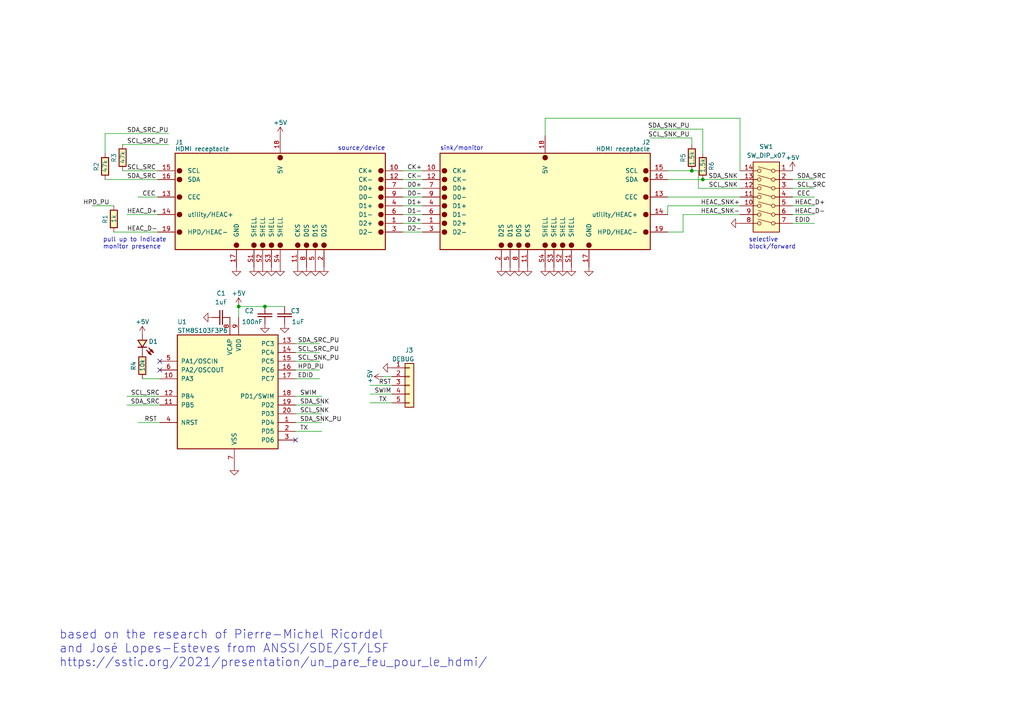
<source format=kicad_sch>
(kicad_sch (version 20211123) (generator eeschema)
  (paper "A4")
  (title_block (title "HDMI firewall") (date "$date$") (rev "$version$.$revision$") (company "CuVoodoo") (comment 1 "King Kévin") (comment 2 "CERN-OHL-S"))
  (lib_symbols
    (symbol "Connector_Generic:Conn_01x05" (pin_names (offset 1.016) hide)
      (property "Reference" "J" (at 0 7.62 0))
      (property "Value" "Conn_01x05" (at 0 -7.62 0))
      (symbol "Conn_01x05_1_1"
        (rectangle (start -1.27 -4.953) (end 0 -5.207) (stroke (width 0.1524)))
        (rectangle (start -1.27 -2.413) (end 0 -2.667) (stroke (width 0.1524)))
        (rectangle (start -1.27 0.127) (end 0 -0.127) (stroke (width 0.1524)))
        (rectangle (start -1.27 2.667) (end 0 2.413) (stroke (width 0.1524)))
        (rectangle (start -1.27 5.207) (end 0 4.953) (stroke (width 0.1524)))
        (rectangle (start -1.27 6.35) (end 1.27 -6.35) (stroke (width 0.254)) (fill (type background)))
        (pin passive line (at -5.08 5.08 0) (length 3.81) (name "Pin_1") (number "1"))
        (pin passive line (at -5.08 2.54 0) (length 3.81) (name "Pin_2") (number "2"))
        (pin passive line (at -5.08 0 0) (length 3.81) (name "Pin_3") (number "3"))
        (pin passive line (at -5.08 -2.54 0) (length 3.81) (name "Pin_4") (number "4"))
        (pin passive line (at -5.08 -5.08 0) (length 3.81) (name "Pin_5") (number "5"))
      )
    )
    (symbol "HDMI-001S_1" (pin_names (offset 3.556))
      (property "Reference" "J" (at 0 0.762 0))
      (property "Value" "HDMI-001S_1" (at 43.942 -28.702 0))
      (symbol "HDMI-001S_1_1_1"
        (rectangle (start 0 0) (end 60.96 -27.94) (stroke (width 0.3048)) (fill (type background)))
        (circle (center 1.27 -22.86) (radius 0.635) (stroke (width 0.3048)) (fill (type outline)))
        (circle (center 1.27 -17.78) (radius 0.635) (stroke (width 0.3048)) (fill (type outline)))
        (circle (center 1.27 -12.7) (radius 0.635) (stroke (width 0.3048)) (fill (type outline)))
        (circle (center 1.27 -7.62) (radius 0.635) (stroke (width 0.3048)) (fill (type outline)))
        (circle (center 1.27 -5.08) (radius 0.635) (stroke (width 0.3048)) (fill (type outline)))
        (circle (center 17.78 -26.67) (radius 0.635) (stroke (width 0.3048)) (fill (type outline)))
        (circle (center 22.86 -26.67) (radius 0.635) (stroke (width 0.3048)) (fill (type outline)))
        (circle (center 25.4 -26.67) (radius 0.635) (stroke (width 0.3048)) (fill (type outline)))
        (circle (center 27.94 -26.67) (radius 0.635) (stroke (width 0.3048)) (fill (type outline)))
        (circle (center 30.48 -26.67) (radius 0.635) (stroke (width 0.3048)) (fill (type outline)))
        (circle (center 30.48 -1.27) (radius 0.635) (stroke (width 0.3048)) (fill (type outline)))
        (circle (center 35.56 -26.67) (radius 0.635) (stroke (width 0.3048)) (fill (type outline)))
        (circle (center 38.1 -26.67) (radius 0.635) (stroke (width 0.3048)) (fill (type outline)))
        (circle (center 40.64 -26.67) (radius 0.635) (stroke (width 0.3048)) (fill (type outline)))
        (circle (center 43.18 -26.67) (radius 0.635) (stroke (width 0.3048)) (fill (type outline)))
        (circle (center 59.69 -22.86) (radius 0.635) (stroke (width 0.3048)) (fill (type outline)))
        (circle (center 59.69 -20.32) (radius 0.635) (stroke (width 0.3048)) (fill (type outline)))
        (circle (center 59.69 -17.78) (radius 0.635) (stroke (width 0.3048)) (fill (type outline)))
        (circle (center 59.69 -15.24) (radius 0.635) (stroke (width 0.3048)) (fill (type outline)))
        (circle (center 59.69 -12.7) (radius 0.635) (stroke (width 0.3048)) (fill (type outline)))
        (circle (center 59.69 -10.16) (radius 0.635) (stroke (width 0.3048)) (fill (type outline)))
        (circle (center 59.69 -7.62) (radius 0.635) (stroke (width 0.3048)) (fill (type outline)))
        (circle (center 59.69 -5.08) (radius 0.635) (stroke (width 0.3048)) (fill (type outline)))
        (pin passive line (at 66.04 -20.32 180) (length 5.08) (name "D2+") (number "1"))
        (pin passive line (at 66.04 -5.08 180) (length 5.08) (name "CK+") (number "10"))
        (pin passive line (at 35.56 -33.02 90) (length 5.08) (name "CKS") (number "11"))
        (pin passive line (at 66.04 -7.62 180) (length 5.08) (name "CK-") (number "12"))
        (pin passive line (at -5.08 -12.7 0) (length 5.08) (name "CEC") (number "13"))
        (pin passive line (at -5.08 -17.78 0) (length 5.08) (name "utility/HEAC+") (number "14"))
        (pin passive line (at -5.08 -5.08 0) (length 5.08) (name "SCL") (number "15"))
        (pin passive line (at -5.08 -7.62 0) (length 5.08) (name "SDA") (number "16"))
        (pin power_in line (at 17.78 -33.02 90) (length 5.08) (name "GND") (number "17"))
        (pin power_in line (at 30.48 5.08 270) (length 5.08) (name "5V") (number "18"))
        (pin passive line (at -5.08 -22.86 0) (length 5.08) (name "HPD/HEAC-") (number "19"))
        (pin passive line (at 43.18 -33.02 90) (length 5.08) (name "D2S") (number "2"))
        (pin passive line (at 66.04 -22.86 180) (length 5.08) (name "D2-") (number "3"))
        (pin passive line (at 66.04 -15.24 180) (length 5.08) (name "D1+") (number "4"))
        (pin passive line (at 40.64 -33.02 90) (length 5.08) (name "D1S") (number "5"))
        (pin passive line (at 66.04 -17.78 180) (length 5.08) (name "D1-") (number "6"))
        (pin passive line (at 66.04 -10.16 180) (length 5.08) (name "D0+") (number "7"))
        (pin passive line (at 38.1 -33.02 90) (length 5.08) (name "D0S") (number "8"))
        (pin passive line (at 66.04 -12.7 180) (length 5.08) (name "D0-") (number "9"))
        (pin passive line (at 22.86 -33.02 90) (length 5.08) (name "SHELL") (number "S1"))
        (pin passive line (at 25.4 -33.02 90) (length 5.08) (name "SHELL") (number "S2"))
        (pin passive line (at 27.94 -33.02 90) (length 5.08) (name "SHELL") (number "S3"))
        (pin passive line (at 30.48 -33.02 90) (length 5.08) (name "SHELL") (number "S4"))
      )
    )
    (symbol "Switch:SW_DIP_x07" (pin_names (offset 0) hide)
      (property "Reference" "SW" (at 0 13.97 0))
      (property "Value" "SW_DIP_x07" (at 0 -8.89 0))
      (symbol "SW_DIP_x07_0_0"
        (circle (center -2.032 -5.08) (radius 0.508))
        (circle (center -2.032 -2.54) (radius 0.508))
        (circle (center -2.032 0) (radius 0.508))
        (circle (center -2.032 2.54) (radius 0.508))
        (circle (center -2.032 5.08) (radius 0.508))
        (circle (center -2.032 7.62) (radius 0.508))
        (circle (center -2.032 10.16) (radius 0.508))
        (polyline (pts (xy -1.524 -4.9276) (xy 2.3622 -3.8862)))
        (polyline (pts (xy -1.524 -2.3876) (xy 2.3622 -1.3462)))
        (polyline (pts (xy -1.524 0.127) (xy 2.3622 1.1684)))
        (polyline (pts (xy -1.524 2.667) (xy 2.3622 3.7084)))
        (polyline (pts (xy -1.524 5.207) (xy 2.3622 6.2484)))
        (polyline (pts (xy -1.524 7.747) (xy 2.3622 8.7884)))
        (polyline (pts (xy -1.524 10.287) (xy 2.3622 11.3284)))
        (circle (center 2.032 -5.08) (radius 0.508))
        (circle (center 2.032 -2.54) (radius 0.508))
        (circle (center 2.032 0) (radius 0.508))
        (circle (center 2.032 2.54) (radius 0.508))
        (circle (center 2.032 5.08) (radius 0.508))
        (circle (center 2.032 7.62) (radius 0.508))
        (circle (center 2.032 10.16) (radius 0.508))
      )
      (symbol "SW_DIP_x07_0_1"
        (rectangle (start -3.81 12.7) (end 3.81 -7.62) (stroke (width 0.254)) (fill (type background)))
      )
      (symbol "SW_DIP_x07_1_1"
        (pin passive line (at -7.62 10.16 0) (length 5.08) (name "~") (number "1"))
        (pin passive line (at 7.62 0 180) (length 5.08) (name "~") (number "10"))
        (pin passive line (at 7.62 2.54 180) (length 5.08) (name "~") (number "11"))
        (pin passive line (at 7.62 5.08 180) (length 5.08) (name "~") (number "12"))
        (pin passive line (at 7.62 7.62 180) (length 5.08) (name "~") (number "13"))
        (pin passive line (at 7.62 10.16 180) (length 5.08) (name "~") (number "14"))
        (pin passive line (at -7.62 7.62 0) (length 5.08) (name "~") (number "2"))
        (pin passive line (at -7.62 5.08 0) (length 5.08) (name "~") (number "3"))
        (pin passive line (at -7.62 2.54 0) (length 5.08) (name "~") (number "4"))
        (pin passive line (at -7.62 0 0) (length 5.08) (name "~") (number "5"))
        (pin passive line (at -7.62 -2.54 0) (length 5.08) (name "~") (number "6"))
        (pin passive line (at -7.62 -5.08 0) (length 5.08) (name "~") (number "7"))
        (pin passive line (at 7.62 -5.08 180) (length 5.08) (name "~") (number "8"))
        (pin passive line (at 7.62 -2.54 180) (length 5.08) (name "~") (number "9"))
      )
    )
    (symbol "power:+5V" (power) (pin_names (offset 0))
      (property "Value" "+5V" (at 0 3.556 0))
      (symbol "+5V_0_1"
        (polyline (pts (xy -0.762 1.27) (xy 0 2.54)))
        (polyline (pts (xy 0 0) (xy 0 2.54)))
        (polyline (pts (xy 0 2.54) (xy 0.762 1.27)))
      )
      (symbol "+5V_1_1"
        (pin power_in line (at 0 0 90) (length 0) hide (name "+5V") (number "1"))
      )
    )
    (symbol "power:GND" (power) (pin_names (offset 0))
      (property "Value" "GND" (at 0 -3.81 0))
      (symbol "GND_0_1"
        (polyline (pts (xy 0 0) (xy 0 -1.27) (xy 1.27 -1.27) (xy 0 -2.54) (xy -1.27 -1.27) (xy 0 -1.27)))
      )
      (symbol "GND_1_1"
        (pin power_in line (at 0 0 270) (length 0) hide (name "GND") (number "1"))
      )
    )
    (symbol "qeda:C0603" (pin_numbers hide) (pin_names (offset 1.016) hide)
      (property "Reference" "C" (at 0 2.794 0))
      (property "Value" "C0603" (at 0 -2.794 0))
      (symbol "C0603_1_1"
        (polyline (pts (xy -0.381 2.032) (xy -0.381 -2.032)) (stroke (width 0.3048)))
        (polyline (pts (xy 0.381 2.032) (xy 0.381 -2.032)) (stroke (width 0.3048)))
        (pin passive line (at -2.54 0 0) (length 2.159) (name "L") (number "1"))
        (pin passive line (at 2.54 0 180) (length 2.159) (name "R") (number "2"))
      )
    )
    (symbol "qeda:HDMI-001S" (pin_names (offset 3.556))
      (property "Reference" "J" (at 0 0.762 0))
      (property "Value" "HDMI-001S" (at 43.942 -28.702 0))
      (symbol "HDMI-001S_1_1"
        (rectangle (start 0 0) (end 60.96 -27.94) (stroke (width 0.3048)) (fill (type background)))
        (circle (center 1.27 -22.86) (radius 0.635) (stroke (width 0.3048)) (fill (type outline)))
        (circle (center 1.27 -17.78) (radius 0.635) (stroke (width 0.3048)) (fill (type outline)))
        (circle (center 1.27 -12.7) (radius 0.635) (stroke (width 0.3048)) (fill (type outline)))
        (circle (center 1.27 -7.62) (radius 0.635) (stroke (width 0.3048)) (fill (type outline)))
        (circle (center 1.27 -5.08) (radius 0.635) (stroke (width 0.3048)) (fill (type outline)))
        (circle (center 17.78 -26.67) (radius 0.635) (stroke (width 0.3048)) (fill (type outline)))
        (circle (center 22.86 -26.67) (radius 0.635) (stroke (width 0.3048)) (fill (type outline)))
        (circle (center 25.4 -26.67) (radius 0.635) (stroke (width 0.3048)) (fill (type outline)))
        (circle (center 27.94 -26.67) (radius 0.635) (stroke (width 0.3048)) (fill (type outline)))
        (circle (center 30.48 -26.67) (radius 0.635) (stroke (width 0.3048)) (fill (type outline)))
        (circle (center 30.48 -1.27) (radius 0.635) (stroke (width 0.3048)) (fill (type outline)))
        (circle (center 35.56 -26.67) (radius 0.635) (stroke (width 0.3048)) (fill (type outline)))
        (circle (center 38.1 -26.67) (radius 0.635) (stroke (width 0.3048)) (fill (type outline)))
        (circle (center 40.64 -26.67) (radius 0.635) (stroke (width 0.3048)) (fill (type outline)))
        (circle (center 43.18 -26.67) (radius 0.635) (stroke (width 0.3048)) (fill (type outline)))
        (circle (center 59.69 -22.86) (radius 0.635) (stroke (width 0.3048)) (fill (type outline)))
        (circle (center 59.69 -20.32) (radius 0.635) (stroke (width 0.3048)) (fill (type outline)))
        (circle (center 59.69 -17.78) (radius 0.635) (stroke (width 0.3048)) (fill (type outline)))
        (circle (center 59.69 -15.24) (radius 0.635) (stroke (width 0.3048)) (fill (type outline)))
        (circle (center 59.69 -12.7) (radius 0.635) (stroke (width 0.3048)) (fill (type outline)))
        (circle (center 59.69 -10.16) (radius 0.635) (stroke (width 0.3048)) (fill (type outline)))
        (circle (center 59.69 -7.62) (radius 0.635) (stroke (width 0.3048)) (fill (type outline)))
        (circle (center 59.69 -5.08) (radius 0.635) (stroke (width 0.3048)) (fill (type outline)))
        (pin passive line (at 66.04 -20.32 180) (length 5.08) (name "D2+") (number "1"))
        (pin passive line (at 66.04 -5.08 180) (length 5.08) (name "CK+") (number "10"))
        (pin passive line (at 35.56 -33.02 90) (length 5.08) (name "CKS") (number "11"))
        (pin passive line (at 66.04 -7.62 180) (length 5.08) (name "CK-") (number "12"))
        (pin passive line (at -5.08 -12.7 0) (length 5.08) (name "CEC") (number "13"))
        (pin passive line (at -5.08 -17.78 0) (length 5.08) (name "utility/HEAC+") (number "14"))
        (pin passive line (at -5.08 -5.08 0) (length 5.08) (name "SCL") (number "15"))
        (pin passive line (at -5.08 -7.62 0) (length 5.08) (name "SDA") (number "16"))
        (pin power_in line (at 17.78 -33.02 90) (length 5.08) (name "GND") (number "17"))
        (pin power_in line (at 30.48 5.08 270) (length 5.08) (name "5V") (number "18"))
        (pin passive line (at -5.08 -22.86 0) (length 5.08) (name "HPD/HEAC-") (number "19"))
        (pin passive line (at 43.18 -33.02 90) (length 5.08) (name "D2S") (number "2"))
        (pin passive line (at 66.04 -22.86 180) (length 5.08) (name "D2-") (number "3"))
        (pin passive line (at 66.04 -15.24 180) (length 5.08) (name "D1+") (number "4"))
        (pin passive line (at 40.64 -33.02 90) (length 5.08) (name "D1S") (number "5"))
        (pin passive line (at 66.04 -17.78 180) (length 5.08) (name "D1-") (number "6"))
        (pin passive line (at 66.04 -10.16 180) (length 5.08) (name "D0+") (number "7"))
        (pin passive line (at 38.1 -33.02 90) (length 5.08) (name "D0S") (number "8"))
        (pin passive line (at 66.04 -12.7 180) (length 5.08) (name "D0-") (number "9"))
        (pin passive line (at 22.86 -33.02 90) (length 5.08) (name "SHELL") (number "S1"))
        (pin passive line (at 25.4 -33.02 90) (length 5.08) (name "SHELL") (number "S2"))
        (pin passive line (at 27.94 -33.02 90) (length 5.08) (name "SHELL") (number "S3"))
        (pin passive line (at 30.48 -33.02 90) (length 5.08) (name "SHELL") (number "S4"))
      )
    )
    (symbol "qeda:LED0805" (pin_numbers hide) (pin_names (offset 1.016) hide)
      (property "Reference" "D" (at 0 2.032 0))
      (property "Value" "LED0805" (at 0 -2.032 0))
      (symbol "LED0805_1_1"
        (polyline (pts (xy 1.016 1.27) (xy 1.016 -1.27)) (stroke (width 0.3048)))
        (polyline (pts (xy 1.27 1.905) (xy 2.54 3.175)) (stroke (width 0.3048)))
        (polyline (pts (xy 1.905 1.27) (xy 3.175 2.54)) (stroke (width 0.3048)))
        (polyline (pts (xy -1.016 1.27) (xy 1.016 0) (xy -1.016 -1.27) (xy -1.016 1.27)) (stroke (width 0.3048)) (fill (type background)))
        (polyline (pts (xy 1.7272 2.7178) (xy 2.54 3.175) (xy 2.0828 2.3622) (xy 1.7272 2.7178)) (stroke (width 0.3048)) (fill (type outline)))
        (polyline (pts (xy 2.3622 2.0828) (xy 3.175 2.54) (xy 2.7178 1.7272) (xy 2.3622 2.0828)) (stroke (width 0.3048)) (fill (type outline)))
        (pin passive line (at 2.54 0 180) (length 1.524) (name "C") (number "1"))
        (pin passive line (at -2.54 0 0) (length 1.524) (name "A") (number "2"))
      )
    )
    (symbol "qeda:R0603" (pin_numbers hide) (pin_names (offset 1.016) hide)
      (property "Reference" "R" (at 0 1.778 0))
      (property "Value" "R0603" (at 0 -1.778 0))
      (symbol "R0603_1_1"
        (rectangle (start -2.54 1.016) (end 2.54 -1.016) (stroke (width 0.3048)) (fill (type background)))
        (pin passive line (at -3.81 0 0) (length 1.27) (name "L") (number "1"))
        (pin passive line (at 3.81 0 180) (length 1.27) (name "R") (number "2"))
      )
    )
    (symbol "qeda:STM8S003F3" (pin_names (offset 1.016))
      (property "Reference" "U" (at 0 0.762 0))
      (property "Value" "STM8S003F3" (at 17.272 -33.782 0))
      (symbol "STM8S003F3_1_1"
        (rectangle (start 0 0) (end 29.21 -33.02) (stroke (width 0.3048)) (fill (type background)))
        (pin bidirectional line (at 34.29 -25.4 180) (length 5.08) (name "PD4") (number "1"))
        (pin bidirectional line (at -5.08 -12.7 0) (length 5.08) (name "PA3") (number "10"))
        (pin bidirectional line (at -5.08 -20.32 0) (length 5.08) (name "PB5") (number "11"))
        (pin bidirectional line (at -5.08 -17.78 0) (length 5.08) (name "PB4") (number "12"))
        (pin bidirectional line (at 34.29 -2.54 180) (length 5.08) (name "PC3") (number "13"))
        (pin bidirectional line (at 34.29 -5.08 180) (length 5.08) (name "PC4") (number "14"))
        (pin bidirectional line (at 34.29 -7.62 180) (length 5.08) (name "PC5") (number "15"))
        (pin bidirectional line (at 34.29 -10.16 180) (length 5.08) (name "PC6") (number "16"))
        (pin bidirectional line (at 34.29 -12.7 180) (length 5.08) (name "PC7") (number "17"))
        (pin bidirectional line (at 34.29 -17.78 180) (length 5.08) (name "PD1/SWIM") (number "18"))
        (pin bidirectional line (at 34.29 -20.32 180) (length 5.08) (name "PD2") (number "19"))
        (pin bidirectional line (at 34.29 -27.94 180) (length 5.08) (name "PD5") (number "2"))
        (pin bidirectional line (at 34.29 -22.86 180) (length 5.08) (name "PD3") (number "20"))
        (pin bidirectional line (at 34.29 -30.48 180) (length 5.08) (name "PD6") (number "3"))
        (pin input line (at -5.08 -25.4 0) (length 5.08) (name "NRST") (number "4"))
        (pin bidirectional line (at -5.08 -7.62 0) (length 5.08) (name "PA1/OSCIN") (number "5"))
        (pin bidirectional line (at -5.08 -10.16 0) (length 5.08) (name "PA2/OSCOUT") (number "6"))
        (pin power_in line (at 16.51 -38.1 90) (length 5.08) (name "VSS") (number "7"))
        (pin power_in line (at 15.24 5.08 270) (length 5.08) (name "VCAP") (number "8"))
        (pin power_in line (at 17.78 5.08 270) (length 5.08) (name "VDD") (number "9"))
      )
    )
  )
  (junction (at 203.835 52.07))
  (junction (at 200.66 49.53))
  (junction (at 69.215 88.9))
  (junction (at 76.835 88.9))
  (no_connect (at 46.355 104.775))
  (no_connect (at 85.725 127.635))
  (no_connect (at 46.355 107.315))
  (wire (pts (xy 85.725 114.935) (xy 93.345 114.935)))
  (wire (pts (xy 85.725 122.555) (xy 93.345 122.555)))
  (wire (pts (xy 203.835 52.07) (xy 214.63 52.07)))
  (wire (pts (xy 214.63 49.53) (xy 214.63 34.29)))
  (wire (pts (xy 116.84 52.07) (xy 122.555 52.07)))
  (wire (pts (xy 188.595 37.465) (xy 203.835 37.465)))
  (wire (pts (xy 188.595 40.005) (xy 200.66 40.005)))
  (wire (pts (xy 40.005 57.15) (xy 45.72 57.15)))
  (wire (pts (xy 116.84 67.31) (xy 122.555 67.31)))
  (wire (pts (xy 200.66 41.91) (xy 200.66 40.005)))
  (wire (pts (xy 30.48 52.07) (xy 45.72 52.07)))
  (wire (pts (xy 198.12 67.31) (xy 198.12 62.23)))
  (wire (pts (xy 85.725 107.315) (xy 92.71 107.315)))
  (wire (pts (xy 198.12 62.23) (xy 214.63 62.23)))
  (wire (pts (xy 35.56 41.91) (xy 48.895 41.91)))
  (wire (pts (xy 36.83 114.935) (xy 46.355 114.935)))
  (wire (pts (xy 229.87 64.77) (xy 236.22 64.77)))
  (wire (pts (xy 158.115 34.29) (xy 214.63 34.29)))
  (wire (pts (xy 229.87 52.07) (xy 236.22 52.07)))
  (wire (pts (xy 229.87 62.23) (xy 236.22 62.23)))
  (wire (pts (xy 85.725 109.855) (xy 92.71 109.855)))
  (wire (pts (xy 36.83 117.475) (xy 46.355 117.475)))
  (wire (pts (xy 111.125 109.22) (xy 113.665 109.22)))
  (wire (pts (xy 85.725 104.775) (xy 92.71 104.775)))
  (wire (pts (xy 116.84 64.77) (xy 122.555 64.77)))
  (wire (pts (xy 85.725 99.695) (xy 92.71 99.695)))
  (wire (pts (xy 193.675 59.69) (xy 214.63 59.69)))
  (wire (pts (xy 76.835 88.9) (xy 82.55 88.9)))
  (wire (pts (xy 107.315 114.3) (xy 113.665 114.3)))
  (wire (pts (xy 40.005 122.555) (xy 46.355 122.555)))
  (wire (pts (xy 116.84 62.23) (xy 122.555 62.23)))
  (wire (pts (xy 203.835 44.45) (xy 203.835 37.465)))
  (wire (pts (xy 30.48 44.45) (xy 30.48 38.735)))
  (wire (pts (xy 85.725 120.015) (xy 93.345 120.015)))
  (wire (pts (xy 193.675 52.07) (xy 203.835 52.07)))
  (wire (pts (xy 41.275 109.855) (xy 46.355 109.855)))
  (wire (pts (xy 200.66 49.53) (xy 202.565 49.53)))
  (wire (pts (xy 69.215 88.9) (xy 76.835 88.9)))
  (wire (pts (xy 107.315 116.84) (xy 113.665 116.84)))
  (wire (pts (xy 116.84 49.53) (xy 122.555 49.53)))
  (wire (pts (xy 193.675 49.53) (xy 200.66 49.53)))
  (wire (pts (xy 229.87 57.15) (xy 236.22 57.15)))
  (wire (pts (xy 116.84 54.61) (xy 122.555 54.61)))
  (wire (pts (xy 26.67 59.69) (xy 33.02 59.69)))
  (wire (pts (xy 193.675 67.31) (xy 198.12 67.31)))
  (wire (pts (xy 193.675 57.15) (xy 214.63 57.15)))
  (wire (pts (xy 116.84 57.15) (xy 122.555 57.15)))
  (wire (pts (xy 202.565 54.61) (xy 214.63 54.61)))
  (wire (pts (xy 36.83 62.23) (xy 45.72 62.23)))
  (wire (pts (xy 85.725 117.475) (xy 93.345 117.475)))
  (wire (pts (xy 30.48 38.735) (xy 48.895 38.735)))
  (wire (pts (xy 69.215 92.075) (xy 69.215 88.9)))
  (wire (pts (xy 116.84 59.69) (xy 122.555 59.69)))
  (wire (pts (xy 107.315 111.76) (xy 113.665 111.76)))
  (wire (pts (xy 85.725 125.095) (xy 93.345 125.095)))
  (wire (pts (xy 33.02 67.31) (xy 45.72 67.31)))
  (wire (pts (xy 35.56 49.53) (xy 45.72 49.53)))
  (wire (pts (xy 229.87 59.69) (xy 236.22 59.69)))
  (wire (pts (xy 229.87 54.61) (xy 236.22 54.61)))
  (wire (pts (xy 85.725 102.235) (xy 92.71 102.235)))
  (wire (pts (xy 158.115 34.29) (xy 158.115 39.37)))
  (wire (pts (xy 202.565 49.53) (xy 202.565 54.61)))
  (wire (pts (xy 193.675 59.69) (xy 193.675 62.23)))
  (text "pull up to indicate\nmonitor presence" (at 29.845 72.39 0) (effects (font (size 1.27 1.27)) (justify left bottom)))
  (text "sink/monitor" (at 127.635 43.815 0) (effects (font (size 1.27 1.27)) (justify left bottom)))
  (text "selective\nblock/forward" (at 217.17 72.39 0) (effects (font (size 1.27 1.27)) (justify left bottom)))
  (text "source/device" (at 111.76 43.815 180) (effects (font (size 1.27 1.27)) (justify right bottom)))
  (text "based on the research of Pierre-Michel Ricordel\nand José Lopes-Esteves from ANSSI/SDE/ST/LSF\nhttps://sstic.org/2021/presentation/un_pare_feu_pour_le_hdmi/" (at 17.145 193.675 0) (effects (font (size 2.5 2.5)) (justify left bottom)))
  (label "SCL_SNK" (at 86.995 120.015 0))
  (label "CK-" (at 118.11 52.07 0))
  (label "SCL_SNK_PU" (at 86.36 104.775 0))
  (label "SCL_SRC" (at 36.83 49.53 0))
  (label "SCL_SRC_PU" (at 86.36 102.235 0))
  (label "SDA_SNK_PU" (at 86.995 122.555 0))
  (label "D2+" (at 118.11 64.77 0))
  (label "SWIM" (at 86.995 114.935 0))
  (label "CEC" (at 231.14 57.15 0))
  (label "SCL_SNK" (at 213.995 54.61 180))
  (label "HEAC_D-" (at 36.83 67.31 0))
  (label "SDA_SRC" (at 46.355 117.475 180))
  (label "SDA_SRC" (at 231.14 52.07 0))
  (label "SWIM" (at 108.585 114.3 0))
  (label "CEC" (at 41.275 57.15 0))
  (label "HPD_PU" (at 31.75 59.69 180))
  (label "HEAC_D+" (at 36.83 62.23 0))
  (label "SDA_SRC_PU" (at 86.36 99.695 0))
  (label "HPD_PU" (at 86.36 107.315 0))
  (label "RST" (at 41.91 122.555 0))
  (label "RST" (at 109.855 111.76 0))
  (label "SDA_SNK_PU" (at 200.025 37.465 180))
  (label "D1-" (at 118.11 62.23 0))
  (label "SCL_SNK_PU" (at 200.025 40.005 180))
  (label "HEAC_SNK+" (at 214.63 59.69 180))
  (label "D2-" (at 118.11 67.31 0))
  (label "SDA_SNK" (at 213.995 52.07 180))
  (label "D1+" (at 118.11 59.69 0))
  (label "SDA_SRC" (at 36.83 52.07 0))
  (label "SDA_SNK" (at 86.995 117.475 0))
  (label "CK+" (at 118.11 49.53 0))
  (label "D0-" (at 118.11 57.15 0))
  (label "SDA_SRC_PU" (at 36.83 38.735 0))
  (label "EDID" (at 86.36 109.855 0))
  (label "TX" (at 109.855 116.84 0))
  (label "SCL_SRC_PU" (at 36.83 41.91 0))
  (label "SCL_SRC" (at 46.355 114.935 180))
  (label "D0+" (at 118.11 54.61 0))
  (label "TX" (at 86.995 125.095 0))
  (label "HEAC_D+" (at 230.505 59.69 0))
  (label "HEAC_SNK-" (at 214.63 62.23 180))
  (label "HEAC_D-" (at 230.505 62.23 0))
  (label "EDID" (at 230.505 64.77 0))
  (label "SCL_SRC" (at 231.14 54.61 0))
  (symbol (lib_id "power:GND") (at 67.945 135.255 0) (unit 1)
    (property "Reference" "#PWR0121" (effects hide))
    (property "Value" "GND" (effects hide))
  )
  (symbol (lib_id "power:GND") (at 150.495 77.47 0) (unit 1)
    (property "Reference" "#PWR0112" (effects hide))
    (property "Value" "GND" (effects hide))
  )
  (symbol (lib_id "power:GND") (at 76.835 93.98 0) (unit 1)
    (property "Reference" "#PWR0120" (effects hide))
    (property "Value" "GND" (effects hide))
  )
  (symbol (lib_id "power:GND") (at 113.665 106.68 270) (unit 1)
    (property "Reference" "#PWR0109" (effects hide))
    (property "Value" "GND" (effects hide))
  )
  (symbol (lib_id "qeda:R0603") (at 35.56 45.72 90) (unit 1)
    (property "Reference" "R3" (at 33.02 44.45 0) (effects (justify right)))
    (property "Value" "47k" (at 35.56 43.815 0) (effects (justify right)))
    (property "Footprint" "qeda:UC1608X55N" (effects hide))
    (property "LCSC" "C25819" (effects hide))
  )
  (symbol (lib_id "qeda:C0603") (at 82.55 91.44 270) (mirror x) (unit 1)
    (property "Reference" "C3" (at 86.995 90.17 90) (effects (justify right)))
    (property "Value" "1uF" (at 88.265 93.345 90) (effects (justify right)))
    (property "Footprint" "qeda:CAPC1608X92N" (effects hide))
    (property "LCSC" "C15849" (effects hide))
  )
  (symbol (lib_id "power:+5V") (at 111.125 109.22 90) (unit 1)
    (property "Reference" "#PWR0108" (effects hide))
    (property "Value" "+5V" (at 107.315 109.22 0))
  )
  (symbol (lib_id "qeda:LED0805") (at 41.275 99.695 270) (unit 1)
    (property "Reference" "D1" (at 44.45 99.06 90))
    (property "Value" "LED0805" (effects hide))
    (property "Footprint" "qeda:LEDC2012X80N" (effects hide))
    (property "LCSC" "C84256" (effects hide))
  )
  (symbol (lib_id "qeda:R0603") (at 203.835 48.26 270) (unit 1)
    (property "Reference" "R6" (at 206.375 49.53 0) (effects (justify right)))
    (property "Value" "1.5k" (at 203.835 50.165 0) (effects (justify right)))
    (property "Footprint" "qeda:UC1608X55N" (effects hide))
    (property "LCSC" "C22843" (effects hide))
  )
  (symbol (lib_id "power:GND") (at 163.195 77.47 0) (unit 1)
    (property "Reference" "#PWR0114" (effects hide))
    (property "Value" "GND" (effects hide))
  )
  (symbol (lib_id "power:GND") (at 93.98 77.47 0) (unit 1)
    (property "Reference" "#PWR0116" (effects hide))
    (property "Value" "GND" (effects hide))
  )
  (symbol (lib_name "HDMI-001S_1") (lib_id "qeda:HDMI-001S") (at 50.8 44.45 0) (unit 1)
    (property "Reference" "J1" (at 50.8 41.275 0) (effects (justify left)))
    (property "Value" "HDMI receptacle" (at 50.8 43.18 0) (effects (justify left)))
    (property "Footprint" "qeda:CONNECTOR_HDMI-001S" (effects hide))
    (property "Datasheet" "https://datasheet.lcsc.com/lcsc/2008152133_XUNPU-HDMI-001S_C720616.pdf" (effects hide))
    (property "LCSC" "C720616" (effects hide))
  )
  (symbol (lib_id "power:GND") (at 165.735 77.47 0) (unit 1)
    (property "Reference" "#PWR0115" (effects hide))
    (property "Value" "GND" (effects hide))
  )
  (symbol (lib_id "qeda:C0603") (at 64.135 92.075 0) (unit 1)
    (property "Reference" "C1" (at 64.135 85.09 0))
    (property "Value" "1uF" (at 64.135 87.63 0))
    (property "Footprint" "qeda:CAPC1608X92N" (effects hide))
    (property "LCSC" "C15849" (effects hide))
  )
  (symbol (lib_id "power:GND") (at 61.595 92.075 270) (unit 1)
    (property "Reference" "#PWR0130" (effects hide))
    (property "Value" "GND" (effects hide))
  )
  (symbol (lib_id "power:GND") (at 88.9 77.47 0) (unit 1)
    (property "Reference" "#PWR0128" (effects hide))
    (property "Value" "GND" (effects hide))
  )
  (symbol (lib_id "power:GND") (at 76.2 77.47 0) (unit 1)
    (property "Reference" "#PWR0123" (effects hide))
    (property "Value" "GND" (effects hide))
  )
  (symbol (lib_id "power:GND") (at 170.815 77.47 0) (unit 1)
    (property "Reference" "#PWR0102" (effects hide))
    (property "Value" "GND" (effects hide))
  )
  (symbol (lib_id "power:GND") (at 68.58 77.47 0) (unit 1)
    (property "Reference" "#PWR0125" (effects hide))
    (property "Value" "GND" (effects hide))
  )
  (symbol (lib_id "qeda:R0603") (at 200.66 45.72 90) (unit 1)
    (property "Reference" "R5" (at 198.12 44.45 0) (effects (justify right)))
    (property "Value" "1.5k" (at 200.66 43.815 0) (effects (justify right)))
    (property "Footprint" "qeda:UC1608X55N" (effects hide))
    (property "LCSC" "C22843" (effects hide))
  )
  (symbol (lib_id "power:GND") (at 158.115 77.47 0) (unit 1)
    (property "Reference" "#PWR0104" (effects hide))
    (property "Value" "GND" (effects hide))
  )
  (symbol (lib_id "power:GND") (at 160.655 77.47 0) (unit 1)
    (property "Reference" "#PWR0103" (effects hide))
    (property "Value" "GND" (effects hide))
  )
  (symbol (lib_id "qeda:HDMI-001S") (at 188.595 44.45 0) (mirror y) (unit 1)
    (property "Reference" "J2" (at 188.595 41.275 0) (effects (justify left)))
    (property "Value" "HDMI receptacle" (at 188.595 43.18 0) (effects (justify left)))
    (property "Footprint" "qeda:CONNECTOR_HDMI-001S" (effects hide))
    (property "Datasheet" "https://datasheet.lcsc.com/lcsc/2008152133_XUNPU-HDMI-001S_C720616.pdf" (effects hide))
    (property "LCSC" "C720616" (effects hide))
  )
  (symbol (lib_id "qeda:STM8S003F3") (at 51.435 97.155 0) (unit 1)
    (property "Reference" "U1" (at 51.435 93.345 0) (effects (justify left)))
    (property "Value" "STM8S103F3P6" (at 51.435 95.885 0) (effects (justify left)))
    (property "Footprint" "qeda:SOP65P640X120-20N" (effects hide))
    (property "Datasheet" "https://www.st.com/resource/en/datasheet/stm8s003f3.pdf" (effects hide))
    (property "LCSC" "C52717" (effects hide))
  )
  (symbol (lib_id "qeda:R0603") (at 33.02 63.5 90) (unit 1)
    (property "Reference" "R1" (at 30.48 62.23 0) (effects (justify right)))
    (property "Value" "1k" (at 33.02 62.23 0) (effects (justify right)))
    (property "Footprint" "qeda:UC1608X55N" (effects hide))
    (property "LCSC" "C21190" (effects hide))
  )
  (symbol (lib_id "power:GND") (at 153.035 77.47 0) (unit 1)
    (property "Reference" "#PWR0111" (effects hide))
    (property "Value" "GND" (effects hide))
  )
  (symbol (lib_id "power:GND") (at 147.955 77.47 0) (unit 1)
    (property "Reference" "#PWR0113" (effects hide))
    (property "Value" "GND" (effects hide))
  )
  (symbol (lib_id "power:GND") (at 91.44 77.47 0) (unit 1)
    (property "Reference" "#PWR0127" (effects hide))
    (property "Value" "GND" (effects hide))
  )
  (symbol (lib_id "power:+5V") (at 81.28 39.37 0) (unit 1)
    (property "Reference" "#PWR0106" (effects hide))
    (property "Value" "+5V" (at 81.28 35.56 0))
  )
  (symbol (lib_id "power:+5V") (at 69.215 88.9 0) (unit 1)
    (property "Reference" "#PWR0131" (effects hide))
    (property "Value" "+5V" (at 69.215 85.09 0))
  )
  (symbol (lib_id "power:GND") (at 73.66 77.47 0) (unit 1)
    (property "Reference" "#PWR0124" (effects hide))
    (property "Value" "GND" (effects hide))
  )
  (symbol (lib_id "Switch:SW_DIP_x07") (at 222.25 59.69 0) (mirror y) (unit 1)
    (property "Reference" "SW1" (at 222.25 42.545 0))
    (property "Value" "SW_DIP_x07" (at 222.25 45.085 0))
    (property "Footprint" "qeda:SOP254P976X355-14N" (effects hide))
    (property "LCSC" "C319033" (effects hide))
  )
  (symbol (lib_id "qeda:C0603") (at 76.835 91.44 90) (unit 1)
    (property "Reference" "C2" (at 73.66 90.1699 90) (effects (justify left)))
    (property "Value" "100nF" (at 76.2 93.345 90) (effects (justify left)))
    (property "Footprint" "qeda:CAPC1608X92N" (effects hide))
    (property "LCSC" "C14663" (effects hide))
  )
  (symbol (lib_id "Connector_Generic:Conn_01x05") (at 118.745 111.76 0) (unit 1) (in_bom no)
    (property "Reference" "J3" (at 117.475 101.6 0) (effects (justify left)))
    (property "Value" "DEBUG" (at 113.665 104.14 0) (effects (justify left)))
    (property "Footprint" "Connector_PinSocket_2.54mm:PinSocket_1x05_P2.54mm_Vertical" (effects hide))
    (property "LCSC" "DNP" (effects hide))
  )
  (symbol (lib_id "power:GND") (at 82.55 93.98 0) (unit 1)
    (property "Reference" "#PWR0119" (effects hide))
    (property "Value" "GND" (effects hide))
  )
  (symbol (lib_id "qeda:R0603") (at 41.275 106.045 90) (unit 1)
    (property "Reference" "R4" (at 38.735 104.775 0) (effects (justify right)))
    (property "Value" "10k" (at 41.275 104.14 0) (effects (justify right)))
    (property "Footprint" "qeda:UC1608X55N" (effects hide))
    (property "LCSC" "C25804" (effects hide))
  )
  (symbol (lib_id "power:+5V") (at 41.275 97.155 0) (unit 1)
    (property "Reference" "#PWR0132" (effects hide))
    (property "Value" "+5V" (at 41.275 93.345 0))
  )
  (symbol (lib_id "power:GND") (at 78.74 77.47 0) (unit 1)
    (property "Reference" "#PWR0122" (effects hide))
    (property "Value" "GND" (effects hide))
  )
  (symbol (lib_id "power:GND") (at 86.36 77.47 0) (unit 1)
    (property "Reference" "#PWR0129" (effects hide))
    (property "Value" "GND" (effects hide))
  )
  (symbol (lib_id "power:GND") (at 81.28 77.47 0) (unit 1)
    (property "Reference" "#PWR0126" (effects hide))
    (property "Value" "GND" (effects hide))
  )
  (symbol (lib_id "power:GND") (at 145.415 77.47 0) (unit 1)
    (property "Reference" "#PWR0110" (effects hide))
    (property "Value" "GND" (effects hide))
  )
  (symbol (lib_id "power:GND") (at 214.63 64.77 270) (unit 1)
    (property "Reference" "#PWR0101" (effects hide))
    (property "Value" "GND" (effects hide))
  )
  (symbol (lib_id "qeda:R0603") (at 30.48 48.26 90) (unit 1)
    (property "Reference" "R2" (at 27.94 46.99 0) (effects (justify right)))
    (property "Value" "47k" (at 30.48 46.355 0) (effects (justify right)))
    (property "Footprint" "qeda:UC1608X55N" (effects hide))
    (property "LCSC" "C25819" (effects hide))
  )
  (symbol (lib_id "power:+5V") (at 229.87 49.53 0) (unit 1)
    (property "Reference" "#PWR0105" (effects hide))
    (property "Value" "+5V" (at 229.87 45.72 0))
  )
)
</source>
